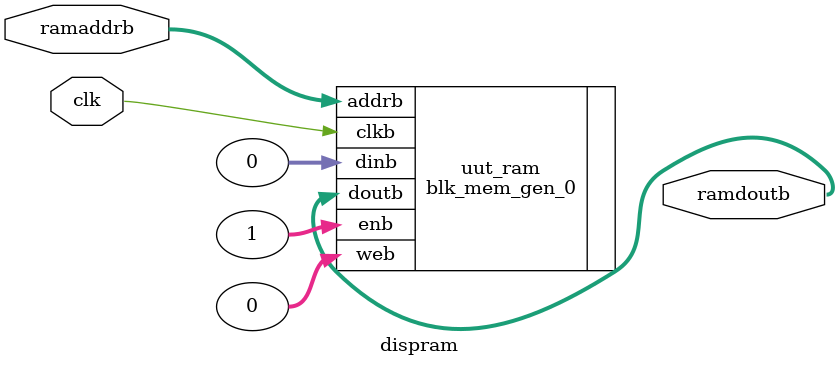
<source format=v>
`timescale 1ns / 1ps


module dispram(
    input clk,  //clk
    //input wea, //write enable
    //input[18:0]ramaddra, 
    //input[15:0]ramdina, 
    //input enb, 
    input[18:0]ramaddrb,
    //output[11:0]ramdouta,
    output[11:0]ramdoutb
    );
blk_mem_gen_0 uut_ram(
    .clkb(clk),
    .enb(1),
    .web(0),
    .addrb(ramaddrb),
    .dinb(0),
    .doutb(ramdoutb)
    );    
endmodule

</source>
